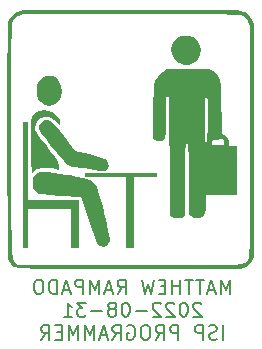
<source format=gbr>
%TF.GenerationSoftware,KiCad,Pcbnew,(6.0.7)*%
%TF.CreationDate,2022-09-02T00:32:44-07:00*%
%TF.ProjectId,HARDWARE_USBC_ISP_Programmer,48415244-5741-4524-955f-555342435f49,rev?*%
%TF.SameCoordinates,Original*%
%TF.FileFunction,Legend,Bot*%
%TF.FilePolarity,Positive*%
%FSLAX46Y46*%
G04 Gerber Fmt 4.6, Leading zero omitted, Abs format (unit mm)*
G04 Created by KiCad (PCBNEW (6.0.7)) date 2022-09-02 00:32:44*
%MOMM*%
%LPD*%
G01*
G04 APERTURE LIST*
%ADD10C,0.200000*%
G04 APERTURE END LIST*
D10*
X81210714Y-118010857D02*
X81210714Y-116810857D01*
X80810714Y-117668000D01*
X80410714Y-116810857D01*
X80410714Y-118010857D01*
X79896428Y-117668000D02*
X79325000Y-117668000D01*
X80010714Y-118010857D02*
X79610714Y-116810857D01*
X79210714Y-118010857D01*
X78982142Y-116810857D02*
X78296428Y-116810857D01*
X78639285Y-118010857D02*
X78639285Y-116810857D01*
X78067857Y-116810857D02*
X77382142Y-116810857D01*
X77725000Y-118010857D02*
X77725000Y-116810857D01*
X76982142Y-118010857D02*
X76982142Y-116810857D01*
X76982142Y-117382285D02*
X76296428Y-117382285D01*
X76296428Y-118010857D02*
X76296428Y-116810857D01*
X75725000Y-117382285D02*
X75325000Y-117382285D01*
X75153571Y-118010857D02*
X75725000Y-118010857D01*
X75725000Y-116810857D01*
X75153571Y-116810857D01*
X74753571Y-116810857D02*
X74467857Y-118010857D01*
X74239285Y-117153714D01*
X74010714Y-118010857D01*
X73725000Y-116810857D01*
X71667857Y-118010857D02*
X72067857Y-117439428D01*
X72353571Y-118010857D02*
X72353571Y-116810857D01*
X71896428Y-116810857D01*
X71782142Y-116868000D01*
X71725000Y-116925142D01*
X71667857Y-117039428D01*
X71667857Y-117210857D01*
X71725000Y-117325142D01*
X71782142Y-117382285D01*
X71896428Y-117439428D01*
X72353571Y-117439428D01*
X71210714Y-117668000D02*
X70639285Y-117668000D01*
X71325000Y-118010857D02*
X70925000Y-116810857D01*
X70525000Y-118010857D01*
X70125000Y-118010857D02*
X70125000Y-116810857D01*
X69725000Y-117668000D01*
X69325000Y-116810857D01*
X69325000Y-118010857D01*
X68753571Y-118010857D02*
X68753571Y-116810857D01*
X68296428Y-116810857D01*
X68182142Y-116868000D01*
X68125000Y-116925142D01*
X68067857Y-117039428D01*
X68067857Y-117210857D01*
X68125000Y-117325142D01*
X68182142Y-117382285D01*
X68296428Y-117439428D01*
X68753571Y-117439428D01*
X67610714Y-117668000D02*
X67039285Y-117668000D01*
X67725000Y-118010857D02*
X67325000Y-116810857D01*
X66925000Y-118010857D01*
X66525000Y-118010857D02*
X66525000Y-116810857D01*
X66239285Y-116810857D01*
X66067857Y-116868000D01*
X65953571Y-116982285D01*
X65896428Y-117096571D01*
X65839285Y-117325142D01*
X65839285Y-117496571D01*
X65896428Y-117725142D01*
X65953571Y-117839428D01*
X66067857Y-117953714D01*
X66239285Y-118010857D01*
X66525000Y-118010857D01*
X65096428Y-116810857D02*
X64867857Y-116810857D01*
X64753571Y-116868000D01*
X64639285Y-116982285D01*
X64582142Y-117210857D01*
X64582142Y-117610857D01*
X64639285Y-117839428D01*
X64753571Y-117953714D01*
X64867857Y-118010857D01*
X65096428Y-118010857D01*
X65210714Y-117953714D01*
X65325000Y-117839428D01*
X65382142Y-117610857D01*
X65382142Y-117210857D01*
X65325000Y-116982285D01*
X65210714Y-116868000D01*
X65096428Y-116810857D01*
X78753571Y-118857142D02*
X78696428Y-118800000D01*
X78582142Y-118742857D01*
X78296428Y-118742857D01*
X78182142Y-118800000D01*
X78125000Y-118857142D01*
X78067857Y-118971428D01*
X78067857Y-119085714D01*
X78125000Y-119257142D01*
X78810714Y-119942857D01*
X78067857Y-119942857D01*
X77325000Y-118742857D02*
X77210714Y-118742857D01*
X77096428Y-118800000D01*
X77039285Y-118857142D01*
X76982142Y-118971428D01*
X76925000Y-119200000D01*
X76925000Y-119485714D01*
X76982142Y-119714285D01*
X77039285Y-119828571D01*
X77096428Y-119885714D01*
X77210714Y-119942857D01*
X77325000Y-119942857D01*
X77439285Y-119885714D01*
X77496428Y-119828571D01*
X77553571Y-119714285D01*
X77610714Y-119485714D01*
X77610714Y-119200000D01*
X77553571Y-118971428D01*
X77496428Y-118857142D01*
X77439285Y-118800000D01*
X77325000Y-118742857D01*
X76467857Y-118857142D02*
X76410714Y-118800000D01*
X76296428Y-118742857D01*
X76010714Y-118742857D01*
X75896428Y-118800000D01*
X75839285Y-118857142D01*
X75782142Y-118971428D01*
X75782142Y-119085714D01*
X75839285Y-119257142D01*
X76525000Y-119942857D01*
X75782142Y-119942857D01*
X75325000Y-118857142D02*
X75267857Y-118800000D01*
X75153571Y-118742857D01*
X74867857Y-118742857D01*
X74753571Y-118800000D01*
X74696428Y-118857142D01*
X74639285Y-118971428D01*
X74639285Y-119085714D01*
X74696428Y-119257142D01*
X75382142Y-119942857D01*
X74639285Y-119942857D01*
X74125000Y-119485714D02*
X73210714Y-119485714D01*
X72410714Y-118742857D02*
X72296428Y-118742857D01*
X72182142Y-118800000D01*
X72125000Y-118857142D01*
X72067857Y-118971428D01*
X72010714Y-119200000D01*
X72010714Y-119485714D01*
X72067857Y-119714285D01*
X72125000Y-119828571D01*
X72182142Y-119885714D01*
X72296428Y-119942857D01*
X72410714Y-119942857D01*
X72525000Y-119885714D01*
X72582142Y-119828571D01*
X72639285Y-119714285D01*
X72696428Y-119485714D01*
X72696428Y-119200000D01*
X72639285Y-118971428D01*
X72582142Y-118857142D01*
X72525000Y-118800000D01*
X72410714Y-118742857D01*
X71325000Y-119257142D02*
X71439285Y-119200000D01*
X71496428Y-119142857D01*
X71553571Y-119028571D01*
X71553571Y-118971428D01*
X71496428Y-118857142D01*
X71439285Y-118800000D01*
X71325000Y-118742857D01*
X71096428Y-118742857D01*
X70982142Y-118800000D01*
X70925000Y-118857142D01*
X70867857Y-118971428D01*
X70867857Y-119028571D01*
X70925000Y-119142857D01*
X70982142Y-119200000D01*
X71096428Y-119257142D01*
X71325000Y-119257142D01*
X71439285Y-119314285D01*
X71496428Y-119371428D01*
X71553571Y-119485714D01*
X71553571Y-119714285D01*
X71496428Y-119828571D01*
X71439285Y-119885714D01*
X71325000Y-119942857D01*
X71096428Y-119942857D01*
X70982142Y-119885714D01*
X70925000Y-119828571D01*
X70867857Y-119714285D01*
X70867857Y-119485714D01*
X70925000Y-119371428D01*
X70982142Y-119314285D01*
X71096428Y-119257142D01*
X70353571Y-119485714D02*
X69439285Y-119485714D01*
X68982142Y-118742857D02*
X68239285Y-118742857D01*
X68639285Y-119200000D01*
X68467857Y-119200000D01*
X68353571Y-119257142D01*
X68296428Y-119314285D01*
X68239285Y-119428571D01*
X68239285Y-119714285D01*
X68296428Y-119828571D01*
X68353571Y-119885714D01*
X68467857Y-119942857D01*
X68810714Y-119942857D01*
X68925000Y-119885714D01*
X68982142Y-119828571D01*
X67096428Y-119942857D02*
X67782142Y-119942857D01*
X67439285Y-119942857D02*
X67439285Y-118742857D01*
X67553571Y-118914285D01*
X67667857Y-119028571D01*
X67782142Y-119085714D01*
X80610714Y-121874857D02*
X80610714Y-120674857D01*
X80096428Y-121817714D02*
X79925000Y-121874857D01*
X79639285Y-121874857D01*
X79525000Y-121817714D01*
X79467857Y-121760571D01*
X79410714Y-121646285D01*
X79410714Y-121532000D01*
X79467857Y-121417714D01*
X79525000Y-121360571D01*
X79639285Y-121303428D01*
X79867857Y-121246285D01*
X79982142Y-121189142D01*
X80039285Y-121132000D01*
X80096428Y-121017714D01*
X80096428Y-120903428D01*
X80039285Y-120789142D01*
X79982142Y-120732000D01*
X79867857Y-120674857D01*
X79582142Y-120674857D01*
X79410714Y-120732000D01*
X78896428Y-121874857D02*
X78896428Y-120674857D01*
X78439285Y-120674857D01*
X78325000Y-120732000D01*
X78267857Y-120789142D01*
X78210714Y-120903428D01*
X78210714Y-121074857D01*
X78267857Y-121189142D01*
X78325000Y-121246285D01*
X78439285Y-121303428D01*
X78896428Y-121303428D01*
X76782142Y-121874857D02*
X76782142Y-120674857D01*
X76325000Y-120674857D01*
X76210714Y-120732000D01*
X76153571Y-120789142D01*
X76096428Y-120903428D01*
X76096428Y-121074857D01*
X76153571Y-121189142D01*
X76210714Y-121246285D01*
X76325000Y-121303428D01*
X76782142Y-121303428D01*
X74896428Y-121874857D02*
X75296428Y-121303428D01*
X75582142Y-121874857D02*
X75582142Y-120674857D01*
X75125000Y-120674857D01*
X75010714Y-120732000D01*
X74953571Y-120789142D01*
X74896428Y-120903428D01*
X74896428Y-121074857D01*
X74953571Y-121189142D01*
X75010714Y-121246285D01*
X75125000Y-121303428D01*
X75582142Y-121303428D01*
X74153571Y-120674857D02*
X73925000Y-120674857D01*
X73810714Y-120732000D01*
X73696428Y-120846285D01*
X73639285Y-121074857D01*
X73639285Y-121474857D01*
X73696428Y-121703428D01*
X73810714Y-121817714D01*
X73925000Y-121874857D01*
X74153571Y-121874857D01*
X74267857Y-121817714D01*
X74382142Y-121703428D01*
X74439285Y-121474857D01*
X74439285Y-121074857D01*
X74382142Y-120846285D01*
X74267857Y-120732000D01*
X74153571Y-120674857D01*
X72496428Y-120732000D02*
X72610714Y-120674857D01*
X72782142Y-120674857D01*
X72953571Y-120732000D01*
X73067857Y-120846285D01*
X73125000Y-120960571D01*
X73182142Y-121189142D01*
X73182142Y-121360571D01*
X73125000Y-121589142D01*
X73067857Y-121703428D01*
X72953571Y-121817714D01*
X72782142Y-121874857D01*
X72667857Y-121874857D01*
X72496428Y-121817714D01*
X72439285Y-121760571D01*
X72439285Y-121360571D01*
X72667857Y-121360571D01*
X71239285Y-121874857D02*
X71639285Y-121303428D01*
X71925000Y-121874857D02*
X71925000Y-120674857D01*
X71467857Y-120674857D01*
X71353571Y-120732000D01*
X71296428Y-120789142D01*
X71239285Y-120903428D01*
X71239285Y-121074857D01*
X71296428Y-121189142D01*
X71353571Y-121246285D01*
X71467857Y-121303428D01*
X71925000Y-121303428D01*
X70782142Y-121532000D02*
X70210714Y-121532000D01*
X70896428Y-121874857D02*
X70496428Y-120674857D01*
X70096428Y-121874857D01*
X69696428Y-121874857D02*
X69696428Y-120674857D01*
X69296428Y-121532000D01*
X68896428Y-120674857D01*
X68896428Y-121874857D01*
X68325000Y-121874857D02*
X68325000Y-120674857D01*
X67925000Y-121532000D01*
X67525000Y-120674857D01*
X67525000Y-121874857D01*
X66953571Y-121246285D02*
X66553571Y-121246285D01*
X66382142Y-121874857D02*
X66953571Y-121874857D01*
X66953571Y-120674857D01*
X66382142Y-120674857D01*
X65182142Y-121874857D02*
X65582142Y-121303428D01*
X65867857Y-121874857D02*
X65867857Y-120674857D01*
X65410714Y-120674857D01*
X65296428Y-120732000D01*
X65239285Y-120789142D01*
X65182142Y-120903428D01*
X65182142Y-121074857D01*
X65239285Y-121189142D01*
X65296428Y-121246285D01*
X65410714Y-121303428D01*
X65867857Y-121303428D01*
%TO.C,G\u002A\u002A\u002A*%
G36*
X83255453Y-108620059D02*
G01*
X83255073Y-109803750D01*
X83253401Y-110853513D01*
X83250417Y-111772897D01*
X83246100Y-112565453D01*
X83240428Y-113234730D01*
X83233381Y-113784279D01*
X83224937Y-114217648D01*
X83215075Y-114538389D01*
X83203775Y-114750051D01*
X83191015Y-114856184D01*
X83074235Y-115190829D01*
X82844537Y-115521061D01*
X82516342Y-115746249D01*
X82079661Y-115875557D01*
X82078833Y-115875693D01*
X81966619Y-115881806D01*
X81716890Y-115887405D01*
X81338759Y-115892461D01*
X80841338Y-115896945D01*
X80233739Y-115900826D01*
X79525073Y-115904075D01*
X78724452Y-115906663D01*
X77840989Y-115908559D01*
X76883796Y-115909735D01*
X75861983Y-115910161D01*
X74784663Y-115909807D01*
X73660948Y-115908644D01*
X72499951Y-115906642D01*
X71185060Y-115904037D01*
X69938294Y-115901616D01*
X68823505Y-115899188D01*
X67833084Y-115896415D01*
X66959424Y-115892957D01*
X66194915Y-115888477D01*
X65531950Y-115882634D01*
X64962920Y-115875091D01*
X64480218Y-115865508D01*
X64076234Y-115853547D01*
X63743362Y-115838870D01*
X63473992Y-115821136D01*
X63260516Y-115800008D01*
X63095327Y-115775146D01*
X62970815Y-115746212D01*
X62879373Y-115712867D01*
X62813393Y-115674773D01*
X62765266Y-115631590D01*
X62727384Y-115582980D01*
X62692139Y-115528603D01*
X62651922Y-115468122D01*
X62634107Y-115441777D01*
X62517198Y-115218576D01*
X62426313Y-114971494D01*
X62415883Y-114899862D01*
X62403964Y-114717284D01*
X62393229Y-114427830D01*
X62383649Y-114027869D01*
X62375195Y-113513771D01*
X62367837Y-112881904D01*
X62361547Y-112128637D01*
X62356294Y-111250338D01*
X62352050Y-110243378D01*
X62348785Y-109104123D01*
X62346470Y-107828944D01*
X62345124Y-106463856D01*
X62674454Y-106463856D01*
X62674516Y-107731001D01*
X62674956Y-108867146D01*
X62676040Y-109879716D01*
X62678032Y-110776139D01*
X62681198Y-111563841D01*
X62685803Y-112250248D01*
X62692110Y-112842787D01*
X62700386Y-113348885D01*
X62710894Y-113775966D01*
X62723900Y-114131459D01*
X62739669Y-114422790D01*
X62758465Y-114657384D01*
X62780553Y-114842669D01*
X62806197Y-114986070D01*
X62835664Y-115095014D01*
X62869217Y-115176928D01*
X62907122Y-115239239D01*
X62949643Y-115289371D01*
X62997045Y-115334753D01*
X63049594Y-115382809D01*
X63236891Y-115558778D01*
X72572463Y-115574484D01*
X72692614Y-115574686D01*
X74066128Y-115576978D01*
X75301120Y-115578838D01*
X76405254Y-115580051D01*
X77386193Y-115580400D01*
X78251604Y-115579668D01*
X79009148Y-115577640D01*
X79666491Y-115574098D01*
X80231297Y-115568827D01*
X80711230Y-115561610D01*
X81113953Y-115552231D01*
X81447132Y-115540472D01*
X81718429Y-115526119D01*
X81935510Y-115508954D01*
X82106039Y-115488761D01*
X82237679Y-115465324D01*
X82338094Y-115438427D01*
X82414950Y-115407852D01*
X82475909Y-115373383D01*
X82528636Y-115334805D01*
X82580796Y-115291900D01*
X82611968Y-115266384D01*
X82653802Y-115229970D01*
X82691363Y-115187993D01*
X82724882Y-115133018D01*
X82754587Y-115057609D01*
X82780710Y-114954334D01*
X82803481Y-114815756D01*
X82823129Y-114634442D01*
X82839885Y-114402956D01*
X82853978Y-114113865D01*
X82865639Y-113759734D01*
X82875097Y-113333127D01*
X82882584Y-112826611D01*
X82888328Y-112232751D01*
X82892559Y-111544113D01*
X82895509Y-110753261D01*
X82897406Y-109852761D01*
X82898482Y-108835179D01*
X82898965Y-107693080D01*
X82899086Y-106419029D01*
X82899075Y-105005592D01*
X82899075Y-95291911D01*
X82733902Y-94968659D01*
X82682693Y-94877569D01*
X82522457Y-94654068D01*
X82361483Y-94494289D01*
X82349968Y-94485970D01*
X82317047Y-94464678D01*
X82276191Y-94445590D01*
X82219684Y-94428568D01*
X82139812Y-94413472D01*
X82028857Y-94400164D01*
X81879105Y-94388504D01*
X81682838Y-94378354D01*
X81432342Y-94369574D01*
X81119900Y-94362027D01*
X80737797Y-94355572D01*
X80278316Y-94350070D01*
X79733742Y-94345384D01*
X79096358Y-94341373D01*
X78358450Y-94337899D01*
X77512300Y-94334823D01*
X76550194Y-94332006D01*
X75464414Y-94329309D01*
X74247246Y-94326593D01*
X72890973Y-94323719D01*
X63627709Y-94304267D01*
X63302228Y-94470540D01*
X63208715Y-94523158D01*
X62985068Y-94683531D01*
X62825627Y-94844074D01*
X62804547Y-94874296D01*
X62785121Y-94909766D01*
X62767734Y-94957291D01*
X62752271Y-95024359D01*
X62738621Y-95118456D01*
X62726669Y-95247070D01*
X62716303Y-95417688D01*
X62707411Y-95637796D01*
X62699879Y-95914881D01*
X62693594Y-96256431D01*
X62688444Y-96669931D01*
X62684315Y-97162871D01*
X62681094Y-97742735D01*
X62678670Y-98417011D01*
X62676928Y-99193187D01*
X62675756Y-100078748D01*
X62675041Y-101081183D01*
X62674670Y-102207978D01*
X62674530Y-103466619D01*
X62674509Y-104864594D01*
X62674508Y-105058285D01*
X62674454Y-106463856D01*
X62345124Y-106463856D01*
X62345075Y-106414209D01*
X62344572Y-104856287D01*
X62344547Y-103950523D01*
X62344617Y-102640623D01*
X62344912Y-101465208D01*
X62345541Y-100416736D01*
X62346612Y-99487666D01*
X62348232Y-98670453D01*
X62350509Y-97957557D01*
X62353551Y-97341435D01*
X62357466Y-96814545D01*
X62362361Y-96369344D01*
X62368344Y-95998290D01*
X62375523Y-95693841D01*
X62384006Y-95448454D01*
X62393900Y-95254587D01*
X62405313Y-95104699D01*
X62418352Y-94991245D01*
X62433127Y-94906686D01*
X62449744Y-94843477D01*
X62468310Y-94794076D01*
X62488935Y-94750943D01*
X62696138Y-94445883D01*
X62990899Y-94214252D01*
X63395328Y-94049375D01*
X63407908Y-94045813D01*
X63484473Y-94029482D01*
X63591752Y-94014873D01*
X63737486Y-94001894D01*
X63929415Y-93990454D01*
X64175280Y-93980460D01*
X64482821Y-93971822D01*
X64859778Y-93964447D01*
X65313892Y-93958245D01*
X65852903Y-93953124D01*
X66484551Y-93948991D01*
X67216578Y-93945756D01*
X68056723Y-93943327D01*
X69012727Y-93941613D01*
X70092330Y-93940521D01*
X71303273Y-93939960D01*
X72653296Y-93939839D01*
X73854633Y-93940392D01*
X75093094Y-93942088D01*
X76251452Y-93944877D01*
X77323035Y-93948706D01*
X78301171Y-93953525D01*
X79179188Y-93959284D01*
X79950416Y-93965931D01*
X80608183Y-93973416D01*
X81145816Y-93981688D01*
X81556644Y-93990697D01*
X81833996Y-94000391D01*
X81971200Y-94010720D01*
X82062562Y-94027710D01*
X82495992Y-94180949D01*
X82830672Y-94440960D01*
X83072973Y-94812376D01*
X83229422Y-95150685D01*
X83250443Y-104840859D01*
X83252424Y-105836692D01*
X83253276Y-106419029D01*
X83254563Y-107298890D01*
X83255453Y-108620059D01*
G37*
G36*
X64106012Y-110089703D02*
G01*
X68363815Y-110089703D01*
X68363815Y-114127275D01*
X67703122Y-114127275D01*
X67703122Y-110823807D01*
X64106012Y-110823807D01*
X64106012Y-114127275D01*
X63628844Y-114127275D01*
X63628844Y-103482766D01*
X64106012Y-103482766D01*
X64106012Y-110089703D01*
G37*
G36*
X65828123Y-102501441D02*
G01*
X66160911Y-102615494D01*
X66300698Y-102698455D01*
X66572291Y-102937904D01*
X66755188Y-103217162D01*
X66822197Y-103499861D01*
X66822197Y-103715475D01*
X66481257Y-103415368D01*
X66320877Y-103287946D01*
X66071857Y-103127922D01*
X65859706Y-103031187D01*
X65820986Y-103020510D01*
X65483977Y-103002778D01*
X65176844Y-103108866D01*
X64925446Y-103318106D01*
X64755643Y-103609832D01*
X64693295Y-103963377D01*
X64694167Y-104012619D01*
X64706717Y-104120017D01*
X64743221Y-104233671D01*
X64815089Y-104371556D01*
X64933726Y-104551645D01*
X65110542Y-104791912D01*
X65356942Y-105110330D01*
X65684336Y-105524874D01*
X65967384Y-105882456D01*
X66223429Y-106210359D01*
X66408893Y-106457762D01*
X66535143Y-106643111D01*
X66613548Y-106784850D01*
X66655476Y-106901427D01*
X66672296Y-107011287D01*
X66675376Y-107132876D01*
X66675376Y-107491459D01*
X66139056Y-107387618D01*
X65700522Y-107335623D01*
X65257246Y-107355054D01*
X64883172Y-107449953D01*
X64609210Y-107615712D01*
X64436359Y-107777275D01*
X64390419Y-107300107D01*
X64382811Y-107198460D01*
X64369687Y-106917855D01*
X64357708Y-106533595D01*
X64347545Y-106073340D01*
X64339872Y-105564748D01*
X64335361Y-105035479D01*
X64333962Y-104670642D01*
X64335622Y-104133288D01*
X64345264Y-103713829D01*
X64366072Y-103393839D01*
X64401228Y-103154889D01*
X64453916Y-102978554D01*
X64527319Y-102846407D01*
X64624620Y-102740022D01*
X64749002Y-102640970D01*
X64798170Y-102608654D01*
X65094484Y-102498964D01*
X65455225Y-102462912D01*
X65828123Y-102501441D01*
G37*
G36*
X65886274Y-107698519D02*
G01*
X66282412Y-107746333D01*
X66783966Y-107822161D01*
X67410042Y-107927230D01*
X67719508Y-107979989D01*
X68277801Y-108074678D01*
X68730160Y-108160873D01*
X69091426Y-108253479D01*
X69376435Y-108367400D01*
X69600027Y-108517541D01*
X69777039Y-108718805D01*
X69922309Y-108986097D01*
X70050676Y-109334322D01*
X70176979Y-109778384D01*
X70316054Y-110333187D01*
X70482741Y-111013636D01*
X70519168Y-111161209D01*
X70650002Y-111701457D01*
X70767048Y-112200440D01*
X70865822Y-112637956D01*
X70941843Y-112993798D01*
X70990627Y-113247762D01*
X71007691Y-113379644D01*
X70992454Y-113560091D01*
X70888195Y-113824166D01*
X70689797Y-113981522D01*
X70537003Y-114017608D01*
X70265943Y-113983629D01*
X70033405Y-113844821D01*
X70030330Y-113841476D01*
X69970521Y-113729784D01*
X69873375Y-113499310D01*
X69746142Y-113169354D01*
X69596067Y-112759218D01*
X69430399Y-112288201D01*
X69256385Y-111775606D01*
X68608330Y-109832766D01*
X66919792Y-109713067D01*
X66659858Y-109694194D01*
X66188203Y-109657584D01*
X65771091Y-109622194D01*
X65431511Y-109590127D01*
X65192454Y-109563488D01*
X65076911Y-109544382D01*
X65029183Y-109522899D01*
X64867997Y-109406506D01*
X64697816Y-109239416D01*
X64689166Y-109229521D01*
X64552240Y-109044007D01*
X64488641Y-108857740D01*
X64473064Y-108598569D01*
X64475676Y-108494322D01*
X64538011Y-108165333D01*
X64693927Y-107931745D01*
X64957468Y-107769520D01*
X64973817Y-107762827D01*
X65139325Y-107710872D01*
X65333834Y-107682017D01*
X65576449Y-107677490D01*
X65886274Y-107698519D01*
G37*
G36*
X74970752Y-108107622D02*
G01*
X73062081Y-108107622D01*
X73062081Y-114127275D01*
X72401388Y-114127275D01*
X72401388Y-108107622D01*
X68877688Y-108107622D01*
X68877688Y-107740570D01*
X74970752Y-107740570D01*
X74970752Y-108107622D01*
G37*
G36*
X81797919Y-105464847D02*
G01*
X81797919Y-109649240D01*
X79155145Y-109649240D01*
X79155145Y-110298979D01*
X79153346Y-110474539D01*
X79126402Y-110888647D01*
X79062374Y-111186992D01*
X78955161Y-111390476D01*
X78798659Y-111520001D01*
X78626709Y-111590829D01*
X78435748Y-111628382D01*
X78366582Y-111624844D01*
X78115325Y-111549090D01*
X77892457Y-111401997D01*
X77757193Y-111219269D01*
X77741015Y-111108321D01*
X77725925Y-110863649D01*
X77712807Y-110501505D01*
X77702005Y-110036790D01*
X77693863Y-109484408D01*
X77688726Y-108859262D01*
X77686937Y-108176253D01*
X77686889Y-107753860D01*
X77686288Y-107107807D01*
X77684441Y-106587388D01*
X77680662Y-106179029D01*
X77674265Y-105869158D01*
X77664563Y-105644199D01*
X77650871Y-105490580D01*
X77632502Y-105394727D01*
X77630991Y-105391437D01*
X79669018Y-105391437D01*
X80706066Y-105391437D01*
X80683062Y-105152853D01*
X80676490Y-105090849D01*
X80643437Y-104971351D01*
X80555235Y-104929473D01*
X80366417Y-104933753D01*
X80333640Y-104935904D01*
X80082012Y-104951304D01*
X79870896Y-104962641D01*
X79789848Y-104970418D01*
X79691840Y-105028358D01*
X79669018Y-105181741D01*
X79669018Y-105391437D01*
X77630991Y-105391437D01*
X77608771Y-105343066D01*
X77578992Y-105322024D01*
X77542478Y-105318026D01*
X77512318Y-105320582D01*
X77481938Y-105337803D01*
X77457238Y-105382940D01*
X77437495Y-105469204D01*
X77421985Y-105609809D01*
X77409984Y-105817963D01*
X77400770Y-106106880D01*
X77393618Y-106489770D01*
X77387806Y-106979845D01*
X77382609Y-107590315D01*
X77377305Y-108334393D01*
X77356590Y-111350759D01*
X77183284Y-111491040D01*
X77088674Y-111551275D01*
X76816587Y-111624764D01*
X76525675Y-111604675D01*
X76281919Y-111491009D01*
X76108613Y-111350698D01*
X76071908Y-106261508D01*
X76069519Y-105932694D01*
X76062350Y-104986528D01*
X76055507Y-104173848D01*
X76048673Y-103484530D01*
X76045919Y-103262535D01*
X79081734Y-103262535D01*
X79081784Y-103343941D01*
X79084566Y-103869746D01*
X79091205Y-104341599D01*
X79101131Y-104740926D01*
X79113773Y-105049155D01*
X79128559Y-105247713D01*
X79144919Y-105318026D01*
X79165161Y-105309167D01*
X79208250Y-105210802D01*
X79242624Y-104998332D01*
X79268702Y-104665242D01*
X79286900Y-104205021D01*
X79297636Y-103611155D01*
X79301328Y-102877130D01*
X79301329Y-102872272D01*
X79300389Y-102329284D01*
X79296391Y-101916104D01*
X79288231Y-101615867D01*
X79274802Y-101411708D01*
X79254999Y-101286762D01*
X79227717Y-101224162D01*
X79191850Y-101207044D01*
X79164142Y-101217893D01*
X79137367Y-101268210D01*
X79116957Y-101373649D01*
X79102094Y-101549491D01*
X79091958Y-101811019D01*
X79085733Y-102173514D01*
X79082598Y-102652259D01*
X79081734Y-103262535D01*
X76045919Y-103262535D01*
X76041525Y-102908446D01*
X76033746Y-102435469D01*
X76025014Y-102055472D01*
X76015011Y-101758329D01*
X76003414Y-101533913D01*
X75989906Y-101372096D01*
X75974166Y-101262752D01*
X75955873Y-101195754D01*
X75934708Y-101160976D01*
X75910352Y-101148290D01*
X75874108Y-101149966D01*
X75843365Y-101182971D01*
X75819808Y-101264330D01*
X75802114Y-101410452D01*
X75788961Y-101637749D01*
X75779028Y-101962633D01*
X75770992Y-102401513D01*
X75763531Y-102970801D01*
X75758844Y-103357628D01*
X75751949Y-103838791D01*
X75743794Y-104203238D01*
X75732589Y-104469161D01*
X75716547Y-104654749D01*
X75693881Y-104778193D01*
X75662802Y-104857685D01*
X75621523Y-104911413D01*
X75568255Y-104957568D01*
X75379005Y-105066185D01*
X75127274Y-105077974D01*
X74867563Y-104943307D01*
X74671164Y-104788820D01*
X74692490Y-102533687D01*
X74713815Y-100278555D01*
X74935171Y-99845967D01*
X75064298Y-99619338D01*
X75259564Y-99382479D01*
X75516428Y-99190703D01*
X75876330Y-98968026D01*
X77460680Y-98944175D01*
X77598657Y-98942289D01*
X78081453Y-98938643D01*
X78525715Y-98939614D01*
X78904381Y-98944876D01*
X79190388Y-98954105D01*
X79356674Y-98966973D01*
X79377922Y-98970378D01*
X79740705Y-99104281D01*
X80048452Y-99364649D01*
X80283018Y-99736410D01*
X80314447Y-99809709D01*
X80351542Y-99918723D01*
X80380829Y-100049412D01*
X80403568Y-100219653D01*
X80421023Y-100447322D01*
X80434454Y-100750299D01*
X80445123Y-101146461D01*
X80454292Y-101653684D01*
X80463223Y-102289847D01*
X80463977Y-102347431D01*
X80471235Y-102872272D01*
X80472520Y-102965198D01*
X80480862Y-103452780D01*
X80490165Y-103825533D01*
X80501590Y-104098811D01*
X80516299Y-104287970D01*
X80535454Y-104408365D01*
X80560215Y-104475350D01*
X80591745Y-104504280D01*
X80631205Y-104510512D01*
X80704012Y-104518230D01*
X80891471Y-104626247D01*
X81017622Y-104840635D01*
X81063815Y-105134500D01*
X81063815Y-105464847D01*
X81797919Y-105464847D01*
G37*
G36*
X65879902Y-103330880D02*
G01*
X65971347Y-103364905D01*
X66076954Y-103427483D01*
X66195869Y-103529973D01*
X66342611Y-103688205D01*
X66531702Y-103918009D01*
X66777659Y-104235217D01*
X67095004Y-104655658D01*
X68023976Y-105894709D01*
X69276699Y-106202788D01*
X69612569Y-106287538D01*
X70002273Y-106391581D01*
X70329910Y-106485411D01*
X70568526Y-106561242D01*
X70691165Y-106611290D01*
X70791731Y-106704636D01*
X70892740Y-106925087D01*
X70908766Y-107180034D01*
X70829602Y-107410547D01*
X70776330Y-107480392D01*
X70691730Y-107544302D01*
X70569176Y-107579696D01*
X70387362Y-107587056D01*
X70124983Y-107566863D01*
X69760733Y-107519600D01*
X69273308Y-107445748D01*
X69261280Y-107443867D01*
X68870858Y-107383280D01*
X68502681Y-107326947D01*
X68197673Y-107281085D01*
X67996763Y-107251907D01*
X67923349Y-107240129D01*
X67668719Y-107179941D01*
X67469308Y-107106847D01*
X67438540Y-107086535D01*
X67301542Y-106959008D01*
X67099656Y-106741790D01*
X66848994Y-106454937D01*
X66565672Y-106118504D01*
X66265801Y-105752550D01*
X65965496Y-105377129D01*
X65680871Y-105012299D01*
X65428039Y-104678116D01*
X65223114Y-104394637D01*
X65082209Y-104181917D01*
X65021438Y-104060014D01*
X65019941Y-104052965D01*
X65031742Y-103776917D01*
X65161247Y-103524454D01*
X65382786Y-103346275D01*
X65471291Y-103309090D01*
X65651483Y-103283182D01*
X65879902Y-103330880D01*
G37*
G36*
X66228571Y-99598603D02*
G01*
X66503743Y-99770884D01*
X66727027Y-100034225D01*
X66876831Y-100380925D01*
X66931564Y-100803286D01*
X66930390Y-100876637D01*
X66861370Y-101307091D01*
X66679942Y-101652238D01*
X66377765Y-101929028D01*
X66165170Y-102034502D01*
X65833658Y-102077199D01*
X65502031Y-101996385D01*
X65199387Y-101800846D01*
X64954820Y-101499367D01*
X64926934Y-101446480D01*
X64834146Y-101132023D01*
X64808643Y-100761672D01*
X64850249Y-100397050D01*
X64958789Y-100099782D01*
X65040829Y-99974069D01*
X65307640Y-99705115D01*
X65608928Y-99558019D01*
X65923102Y-99525081D01*
X66228571Y-99598603D01*
G37*
G36*
X77689859Y-96155183D02*
G01*
X78080964Y-96275305D01*
X78388877Y-96509058D01*
X78599349Y-96843212D01*
X78698132Y-97264535D01*
X78702425Y-97347849D01*
X78647647Y-97752194D01*
X78478571Y-98107954D01*
X78213431Y-98386597D01*
X77870463Y-98559590D01*
X77642258Y-98611986D01*
X77321400Y-98610207D01*
X76986501Y-98499693D01*
X76723851Y-98343202D01*
X76446349Y-98051157D01*
X76281145Y-97698851D01*
X76234609Y-97313107D01*
X76313114Y-96920750D01*
X76523031Y-96548603D01*
X76733772Y-96344848D01*
X77064920Y-96191260D01*
X77488909Y-96141726D01*
X77689859Y-96155183D01*
G37*
%TD*%
M02*

</source>
